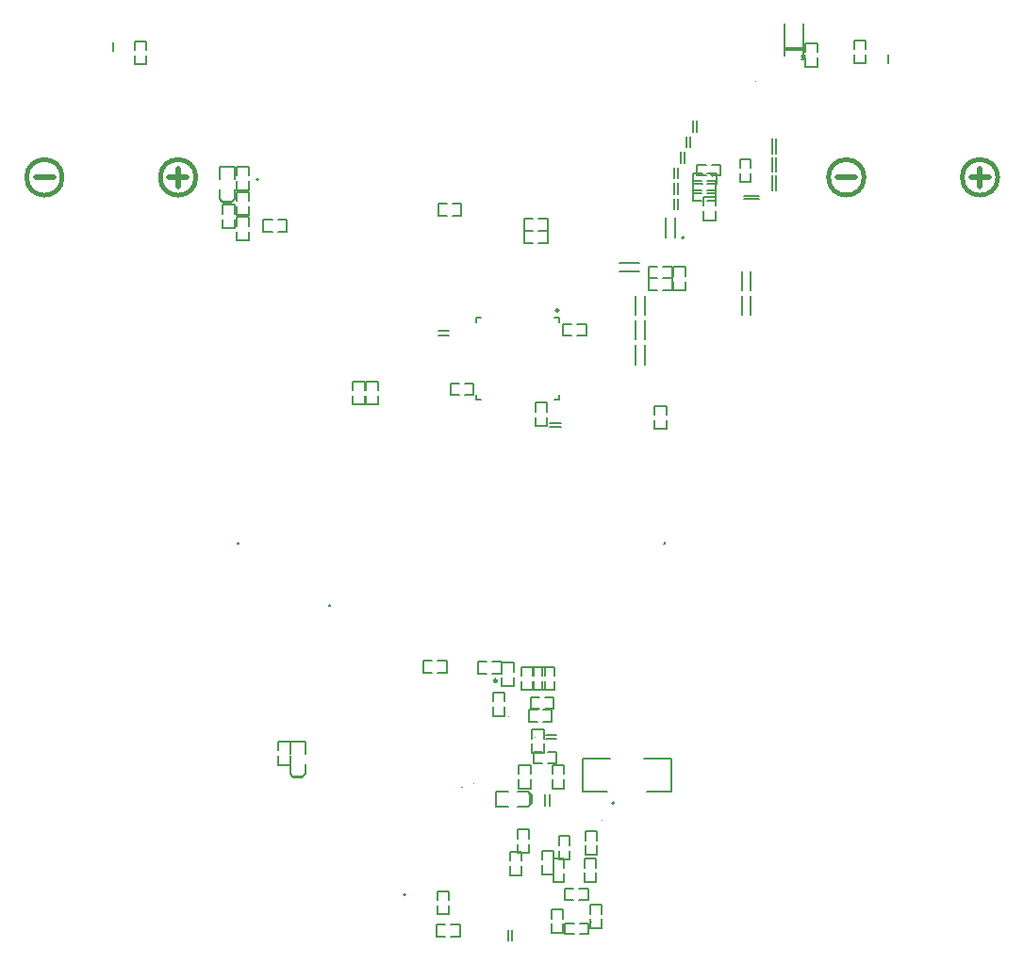
<source format=gto>
G04*
G04 #@! TF.GenerationSoftware,Altium Limited,Altium Designer,21.2.2 (38)*
G04*
G04 Layer_Color=65535*
%FSLAX25Y25*%
%MOIN*%
G70*
G04*
G04 #@! TF.SameCoordinates,0FD90602-BBB3-4F14-90EE-D32430874176*
G04*
G04*
G04 #@! TF.FilePolarity,Positive*
G04*
G01*
G75*
%ADD12C,0.01575*%
%ADD13C,0.00787*%
%ADD17C,0.01968*%
%ADD23C,0.00984*%
%ADD120C,0.01000*%
%ADD121C,0.00394*%
%ADD122C,0.00591*%
%ADD123C,0.00500*%
D12*
X25984Y275590D02*
G03*
X25984Y275590I-6299J0D01*
G01*
X73228D02*
G03*
X73228Y275590I-6299J0D01*
G01*
X309449D02*
G03*
X309449Y275590I-6299J0D01*
G01*
X356693D02*
G03*
X356693Y275590I-6299J0D01*
G01*
D13*
X256102Y276378D02*
G03*
X256102Y276378I-394J0D01*
G01*
X147441Y21850D02*
G03*
X147441Y21850I-394J0D01*
G01*
X95374Y274803D02*
G03*
X95374Y274803I-394J0D01*
G01*
X245768Y254232D02*
G03*
X245768Y254232I-394J0D01*
G01*
X232776Y58169D02*
X241437D01*
X209941D02*
X218602D01*
X231594Y69980D02*
X241437D01*
X209941D02*
X219783D01*
X241437Y58169D02*
Y69980D01*
X209941Y58169D02*
Y69980D01*
X172441Y224311D02*
Y225984D01*
X174114D01*
X172441Y196850D02*
Y198524D01*
Y196850D02*
X174114D01*
X199902D02*
X201575D01*
Y198524D01*
Y224311D02*
Y225984D01*
X199902D02*
X201575D01*
X318110Y316142D02*
Y318898D01*
X44094Y320472D02*
Y323228D01*
D17*
X16535Y275590D02*
X22835D01*
X63780Y275590D02*
X70079D01*
X66929Y272441D02*
Y278740D01*
X300000Y275590D02*
X306299D01*
X347244Y275590D02*
X353543D01*
X350394Y272441D02*
Y278740D01*
D23*
X201476Y228543D02*
G03*
X201476Y228543I-492J0D01*
G01*
X179626Y97539D02*
G03*
X179626Y97539I-492J0D01*
G01*
D120*
X88173Y146122D02*
G03*
X88173Y146122I-220J0D01*
G01*
X120515Y124095D02*
G03*
X120515Y124095I-220J0D01*
G01*
X239000Y146122D02*
G03*
X239000Y146122I-220J0D01*
G01*
D121*
X193248Y77500D02*
G03*
X193248Y77500I-197J0D01*
G01*
X271220Y309488D02*
G03*
X271220Y309488I-197J0D01*
G01*
X202953Y26476D02*
G03*
X202953Y26476I-197J0D01*
G01*
X187894Y29035D02*
G03*
X187894Y29035I-197J0D01*
G01*
X217028Y46063D02*
G03*
X217028Y46063I-197J0D01*
G01*
X216831Y48228D02*
G03*
X216831Y48228I-197J0D01*
G01*
X213091Y12106D02*
G03*
X213091Y12106I-197J0D01*
G01*
X199606Y69095D02*
G03*
X199606Y69095I-197J0D01*
G01*
X171504Y61071D02*
G03*
X171504Y61071I-197J0D01*
G01*
X167371Y59890D02*
G03*
X167371Y59890I-197J0D01*
G01*
X183858Y84842D02*
G03*
X183858Y84842I-197J0D01*
G01*
D122*
X221161Y54232D02*
G03*
X221161Y54232I-394J0D01*
G01*
D123*
X153642Y100197D02*
Y104527D01*
X156791D01*
X158760D02*
X161909D01*
Y100197D02*
Y104527D01*
X158760Y100197D02*
X161909D01*
X153642D02*
X156791D01*
X278246Y271058D02*
Y276186D01*
X277069Y271058D02*
Y276186D01*
X277068Y284050D02*
Y289178D01*
X278246Y284050D02*
Y289178D01*
X250306Y291826D02*
Y295576D01*
X248906Y291826D02*
Y295576D01*
X242213Y264267D02*
Y268017D01*
X243613Y264267D02*
Y268017D01*
X277069Y277554D02*
Y282682D01*
X278246Y277554D02*
Y282682D01*
X257283Y273228D02*
Y277165D01*
X254134Y273228D02*
X257283D01*
X249016D02*
X252165D01*
X249016D02*
Y277165D01*
X252165D01*
X254134D02*
X257283D01*
X248819Y269980D02*
X251969D01*
X253937D02*
X257087D01*
Y274311D01*
X253937D02*
X257087D01*
X248819D02*
X251969D01*
X248819Y269980D02*
Y274311D01*
X265492Y282108D02*
X269429D01*
Y278959D02*
Y282108D01*
Y273840D02*
Y276990D01*
X265492Y273840D02*
X269429D01*
X265492D02*
Y276990D01*
Y278959D02*
Y282108D01*
X248819Y267224D02*
Y271161D01*
X251969D01*
X253937D02*
X257087D01*
Y267224D02*
Y271161D01*
X253937Y267224D02*
X257087D01*
X248819D02*
X251969D01*
X252559Y265551D02*
Y268701D01*
Y260433D02*
Y263583D01*
Y260433D02*
X256890D01*
Y263583D01*
Y265551D02*
Y268701D01*
X252559D02*
X256890D01*
X258662Y276181D02*
Y280118D01*
X255512Y276181D02*
X258662D01*
X250394D02*
X253543D01*
X250394D02*
Y280118D01*
X253543D01*
X255512D02*
X258662D01*
X111024Y63779D02*
X111811Y64567D01*
X107283Y63779D02*
X111024D01*
X110531Y63287D02*
X111221Y63976D01*
X107185Y63878D02*
X107776Y63287D01*
X106496Y64567D02*
X107283Y63779D01*
X106496Y64567D02*
Y68110D01*
X111811Y64567D02*
Y68110D01*
X106496Y75984D02*
X111811D01*
X106496Y71653D02*
Y75984D01*
X111811Y71653D02*
Y75984D01*
X107776Y63287D02*
X110531D01*
X211122Y36024D02*
X215059D01*
X211122D02*
Y39173D01*
Y41142D02*
Y44291D01*
X215059D01*
Y41142D02*
Y44291D01*
Y36024D02*
Y39173D01*
X199114Y82874D02*
Y87205D01*
X195965Y82874D02*
X199114D01*
X190847D02*
X193996D01*
X190847D02*
Y87205D01*
X193996D01*
X195965D02*
X199114D01*
X186909Y41732D02*
Y44882D01*
Y36614D02*
Y39764D01*
Y36614D02*
X190847D01*
Y39764D01*
Y41732D02*
Y44882D01*
X186909D02*
X190847D01*
X184350Y33858D02*
Y37008D01*
Y28740D02*
Y31890D01*
Y28740D02*
X188287D01*
Y31890D01*
Y33858D02*
Y37008D01*
X184350D02*
X188287D01*
X199606Y29134D02*
Y32283D01*
Y34252D02*
Y37402D01*
X195669D02*
X199606D01*
X195669Y34252D02*
Y37402D01*
Y29134D02*
Y32283D01*
Y29134D02*
X199606D01*
X188386Y99311D02*
Y102461D01*
Y94193D02*
Y97342D01*
Y94193D02*
X192717D01*
Y97342D01*
Y99311D02*
Y102461D01*
X188386D02*
X192717D01*
X158952Y219772D02*
X162702D01*
X158952Y221172D02*
X162702D01*
X211221Y219685D02*
Y223622D01*
X208071Y219685D02*
X211221D01*
X202953D02*
X206102D01*
X202953D02*
Y223622D01*
X206102D01*
X208071D02*
X211221D01*
X193307Y187598D02*
X197244D01*
X193307D02*
Y190748D01*
Y192717D02*
Y195866D01*
X197244D01*
Y192717D02*
Y195866D01*
Y187598D02*
Y190748D01*
X198421Y188692D02*
X202170D01*
X198421Y187292D02*
X202170D01*
X163189Y198819D02*
X166339D01*
X168307D02*
X171457D01*
Y202756D01*
X168307D02*
X171457D01*
X163189D02*
X166339D01*
X163189Y198819D02*
Y202756D01*
X228740Y209346D02*
Y216245D01*
X231890Y209346D02*
Y216245D01*
X212008Y7874D02*
Y11811D01*
X208858Y7874D02*
X212008D01*
X203740D02*
X206890D01*
X203740D02*
Y11811D01*
X206890D01*
X208858D02*
X212008D01*
X199016Y8366D02*
X202953D01*
X199016D02*
Y11516D01*
Y13484D02*
Y16634D01*
X202953D01*
Y13484D02*
Y16634D01*
Y8366D02*
Y11516D01*
X158661Y14862D02*
X162599D01*
X158661D02*
Y18012D01*
Y19980D02*
Y23130D01*
X162599D01*
Y19980D02*
Y23130D01*
Y14862D02*
Y18012D01*
X185050Y5704D02*
Y9454D01*
X183650Y5704D02*
Y9454D01*
X210630Y26378D02*
X214567D01*
X210630D02*
Y29528D01*
Y31496D02*
Y34646D01*
X214567D01*
Y31496D02*
Y34646D01*
Y26378D02*
Y29528D01*
X211811Y20079D02*
Y24016D01*
X208662Y20079D02*
X211811D01*
X203543D02*
X206693D01*
X203543D02*
Y24016D01*
X206693D01*
X208662D02*
X211811D01*
X163386Y11417D02*
X166535D01*
X158268D02*
X161417D01*
X158268Y7087D02*
Y11417D01*
Y7087D02*
X161417D01*
X163386D02*
X166535D01*
Y11417D01*
X201476Y42618D02*
X205413D01*
Y39469D02*
Y42618D01*
Y34350D02*
Y37500D01*
X201476Y34350D02*
X205413D01*
X201476D02*
Y37500D01*
Y39469D02*
Y42618D01*
X199508Y34547D02*
X203445D01*
Y31398D02*
Y34547D01*
Y26280D02*
Y29429D01*
X199508Y26280D02*
X203445D01*
X199508D02*
Y29429D01*
Y31398D02*
Y34547D01*
X212598Y10039D02*
X216535D01*
X212598D02*
Y13189D01*
Y15157D02*
Y18307D01*
X216535D01*
Y15157D02*
Y18307D01*
Y10039D02*
Y13189D01*
X243613Y269779D02*
Y273528D01*
X242213Y269779D02*
Y273528D01*
X243613Y275290D02*
Y279040D01*
X242213Y275290D02*
Y279040D01*
X245976Y280802D02*
Y284552D01*
X244576Y280802D02*
Y284552D01*
X247944Y286314D02*
Y290064D01*
X246544Y286314D02*
Y290064D01*
X267121Y267915D02*
X272249D01*
X267121Y269093D02*
X272249D01*
X172933Y99902D02*
Y104232D01*
X176083D01*
X178051D02*
X181201D01*
Y99902D02*
Y104232D01*
X178051Y99902D02*
X181201D01*
X172933D02*
X176083D01*
X231890Y218204D02*
Y225103D01*
X228740Y218204D02*
Y225103D01*
X231890Y226865D02*
Y233765D01*
X228740Y226865D02*
Y233765D01*
X133465Y195177D02*
X137795D01*
X133465D02*
Y198327D01*
Y200295D02*
Y203445D01*
X137795D01*
Y200295D02*
Y203445D01*
Y195177D02*
Y198327D01*
X128642Y203445D02*
X132973D01*
Y200295D02*
Y203445D01*
Y195177D02*
Y198327D01*
X128642Y195177D02*
X132973D01*
X128642D02*
Y198327D01*
Y200295D02*
Y203445D01*
X82480Y257677D02*
X86811D01*
X82480D02*
Y260827D01*
Y262795D02*
Y265945D01*
X86811D01*
Y262795D02*
Y265945D01*
Y257677D02*
Y260827D01*
X189272Y256791D02*
X192421D01*
X194390D02*
X197539D01*
Y261122D01*
X194390D02*
X197539D01*
X189272D02*
X192421D01*
X189272Y256791D02*
Y261122D01*
X192126Y80315D02*
X196457D01*
Y77165D02*
Y80315D01*
Y72047D02*
Y75197D01*
X192126Y72047D02*
X196457D01*
X192126D02*
Y75197D01*
Y77165D02*
Y80315D01*
X187205Y67716D02*
X191535D01*
Y64567D02*
Y67716D01*
Y59449D02*
Y62598D01*
X187205Y59449D02*
X191535D01*
X187205D02*
Y62598D01*
Y64567D02*
Y67716D01*
X190650Y58268D02*
X191437Y57480D01*
Y53740D02*
Y57480D01*
X191240Y57677D02*
X191929Y56988D01*
X191339Y53642D02*
X191929Y54232D01*
X190650Y52953D02*
X191437Y53740D01*
X187106Y52953D02*
X190650D01*
X187106Y58268D02*
X190650D01*
X179232Y52953D02*
Y58268D01*
Y52953D02*
X183563D01*
X179232Y58268D02*
X183563D01*
X191929Y54232D02*
Y56988D01*
X196944Y78259D02*
X200694D01*
X196944Y76859D02*
X200694D01*
X197638Y72342D02*
X200787D01*
X192520D02*
X195669D01*
X192520Y68405D02*
Y72342D01*
Y68405D02*
X195669D01*
X197638D02*
X200787D01*
Y72342D01*
X198141Y53440D02*
Y57190D01*
X196741Y53440D02*
Y57190D01*
X199213Y64567D02*
Y67716D01*
Y59449D02*
Y62598D01*
Y59449D02*
X203150D01*
Y62598D01*
Y64567D02*
Y67716D01*
X199213D02*
X203150D01*
X305886Y324114D02*
X309823D01*
Y320965D02*
Y324114D01*
Y315846D02*
Y318996D01*
X305886Y315846D02*
X309823D01*
X305886D02*
Y318996D01*
Y320965D02*
Y324114D01*
X51575Y323819D02*
X55512D01*
Y320669D02*
Y323819D01*
Y315551D02*
Y318701D01*
X51575Y315551D02*
X55512D01*
X51575D02*
Y318701D01*
Y320669D02*
Y323819D01*
X178248Y93405D02*
X182185D01*
Y90256D02*
Y93405D01*
Y85138D02*
Y88287D01*
X178248Y85138D02*
X182185D01*
X178248D02*
Y88287D01*
Y90256D02*
Y93405D01*
X197539Y252362D02*
Y256693D01*
X194390Y252362D02*
X197539D01*
X189272D02*
X192421D01*
X189272D02*
Y256693D01*
X192421D01*
X194390D02*
X197539D01*
X87697Y253248D02*
X92028D01*
X87697D02*
Y256398D01*
Y258366D02*
Y261516D01*
X92028D01*
Y258366D02*
Y261516D01*
Y253248D02*
Y256398D01*
X87795Y262205D02*
X92126D01*
X87795D02*
Y265354D01*
Y267323D02*
Y270472D01*
X92126D01*
Y267323D02*
Y270472D01*
Y262205D02*
Y265354D01*
X87697Y271063D02*
X92028D01*
X87697D02*
Y274213D01*
Y276181D02*
Y279331D01*
X92028D01*
Y276181D02*
Y279331D01*
Y271063D02*
Y274213D01*
X105315Y256496D02*
Y260827D01*
X102165Y256496D02*
X105315D01*
X97047D02*
X100197D01*
X97047D02*
Y260827D01*
X100197D01*
X102165D02*
X105315D01*
X82874Y266634D02*
X85630D01*
X86910Y275000D02*
Y279331D01*
X81595Y275000D02*
Y279331D01*
X86910D01*
Y267913D02*
Y271457D01*
X81595Y267913D02*
Y271457D01*
Y267913D02*
X82382Y267126D01*
X82284Y267224D02*
X82874Y266634D01*
X85630D02*
X86319Y267323D01*
X82382Y267126D02*
X86122D01*
X86910Y267913D01*
X200000Y94193D02*
Y97342D01*
Y99311D02*
Y102461D01*
X195669D02*
X200000D01*
X195669Y99311D02*
Y102461D01*
Y94193D02*
Y97342D01*
Y94193D02*
X200000D01*
X199803Y87598D02*
Y91535D01*
X196654Y87598D02*
X199803D01*
X191535D02*
X194685D01*
X191535D02*
Y91535D01*
X194685D01*
X196654D02*
X199803D01*
X181201Y100689D02*
Y103839D01*
Y95571D02*
Y98721D01*
Y95571D02*
X185531D01*
Y98721D01*
Y100689D02*
Y103839D01*
X181201D02*
X185531D01*
X192224Y99311D02*
Y102461D01*
Y94193D02*
Y97342D01*
Y94193D02*
X196555D01*
Y97342D01*
Y99311D02*
Y102461D01*
X192224D02*
X196555D01*
X241535Y240158D02*
Y244094D01*
X238386Y240158D02*
X241535D01*
X233268D02*
X236417D01*
X233268D02*
Y244094D01*
X236417D01*
X238386D02*
X241535D01*
X102165Y72835D02*
Y75984D01*
Y67716D02*
Y70866D01*
Y67716D02*
X106496D01*
Y70866D01*
Y72835D02*
Y75984D01*
X102165D02*
X106496D01*
X241929Y240748D02*
Y243898D01*
Y235630D02*
Y238779D01*
Y235630D02*
X246260D01*
Y238779D01*
Y240748D02*
Y243898D01*
X241929D02*
X246260D01*
X238386Y239961D02*
X241535D01*
X233268D02*
X236417D01*
X233268Y235630D02*
Y239961D01*
Y235630D02*
X236417D01*
X238386D02*
X241535D01*
Y239961D01*
X288780Y319882D02*
Y323031D01*
Y314764D02*
Y317913D01*
Y314764D02*
X293110D01*
Y317913D01*
Y319882D02*
Y323031D01*
X288780D02*
X293110D01*
X158858Y262008D02*
X162008D01*
X163976D02*
X167126D01*
Y266339D01*
X163976D02*
X167126D01*
X158858D02*
X162008D01*
X158858Y262008D02*
Y266339D01*
X239567Y186516D02*
Y189665D01*
Y191634D02*
Y194783D01*
X235236D02*
X239567D01*
X235236Y191634D02*
Y194783D01*
Y186516D02*
Y189665D01*
Y186516D02*
X239567D01*
X266142Y226865D02*
Y233765D01*
X269291Y226865D02*
Y233765D01*
X266142Y235527D02*
Y242426D01*
X269291Y235527D02*
Y242426D01*
X222928Y245374D02*
X229828D01*
X222928Y242224D02*
X229828D01*
X242520Y254424D02*
Y261324D01*
X239370Y254424D02*
Y261324D01*
X287303Y317323D02*
X288484D01*
X287303Y318504D02*
X288484D01*
X287894Y317323D02*
X288484Y318504D01*
X287303D02*
X287894Y317323D01*
Y318504D01*
X281201Y321063D02*
X287894D01*
Y318504D02*
Y329913D01*
X281201Y318504D02*
Y329921D01*
Y321457D02*
X287894D01*
X281201Y320669D02*
X287894D01*
M02*

</source>
